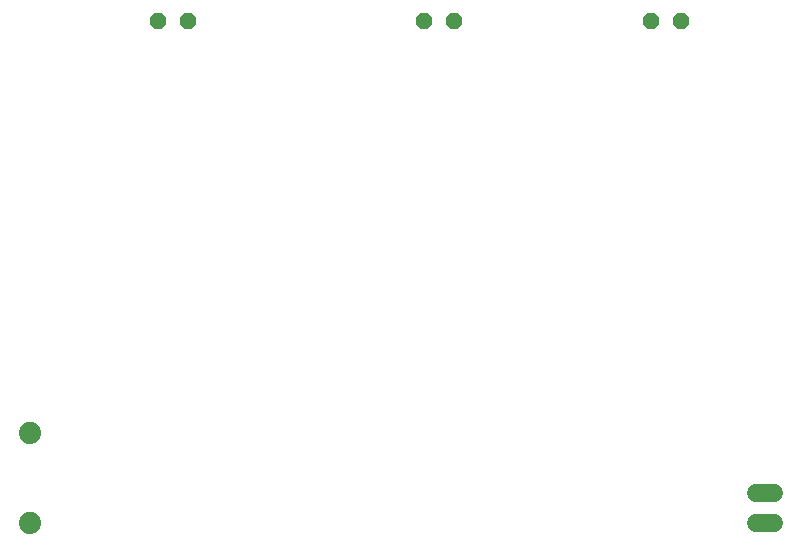
<source format=gbr>
G04 EAGLE Gerber RS-274X export*
G75*
%MOMM*%
%FSLAX34Y34*%
%LPD*%
%INBottom Copper*%
%IPPOS*%
%AMOC8*
5,1,8,0,0,1.08239X$1,22.5*%
G01*
%ADD10C,1.524000*%
%ADD11P,1.429621X8X22.500000*%
%ADD12C,1.879600*%


D10*
X703580Y1092200D02*
X718820Y1092200D01*
X718820Y1066800D02*
X703580Y1066800D01*
D11*
X197100Y1491400D03*
X222500Y1491400D03*
X422400Y1491400D03*
X447800Y1491400D03*
X614300Y1491400D03*
X639700Y1491400D03*
D12*
X88900Y1143000D03*
X88900Y1066800D03*
M02*

</source>
